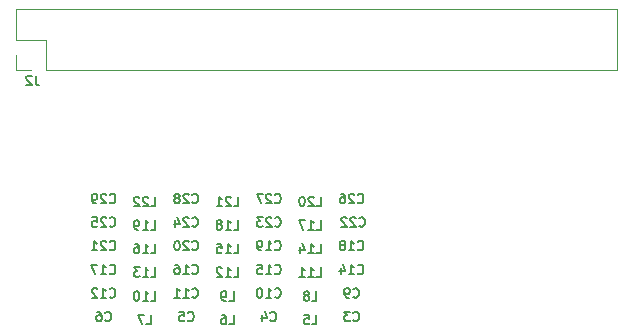
<source format=gbr>
%TF.GenerationSoftware,KiCad,Pcbnew,(6.0.1)*%
%TF.CreationDate,2022-08-09T16:04:10-07:00*%
%TF.ProjectId,WSPR3,57535052-332e-46b6-9963-61645f706362,rev?*%
%TF.SameCoordinates,Original*%
%TF.FileFunction,Legend,Bot*%
%TF.FilePolarity,Positive*%
%FSLAX46Y46*%
G04 Gerber Fmt 4.6, Leading zero omitted, Abs format (unit mm)*
G04 Created by KiCad (PCBNEW (6.0.1)) date 2022-08-09 16:04:10*
%MOMM*%
%LPD*%
G01*
G04 APERTURE LIST*
%ADD10C,0.150000*%
%ADD11C,0.120000*%
G04 APERTURE END LIST*
D10*
%TO.C,C23*%
X79014285Y-69285715D02*
X79052380Y-69323810D01*
X79166666Y-69361905D01*
X79242857Y-69361905D01*
X79357142Y-69323810D01*
X79433333Y-69247620D01*
X79471428Y-69171429D01*
X79509523Y-69019048D01*
X79509523Y-68904762D01*
X79471428Y-68752381D01*
X79433333Y-68676191D01*
X79357142Y-68600001D01*
X79242857Y-68561905D01*
X79166666Y-68561905D01*
X79052380Y-68600001D01*
X79014285Y-68638096D01*
X78709523Y-68638096D02*
X78671428Y-68600001D01*
X78595238Y-68561905D01*
X78404761Y-68561905D01*
X78328571Y-68600001D01*
X78290476Y-68638096D01*
X78252380Y-68714286D01*
X78252380Y-68790477D01*
X78290476Y-68904762D01*
X78747619Y-69361905D01*
X78252380Y-69361905D01*
X77985714Y-68561905D02*
X77490476Y-68561905D01*
X77757142Y-68866667D01*
X77642857Y-68866667D01*
X77566666Y-68904762D01*
X77528571Y-68942858D01*
X77490476Y-69019048D01*
X77490476Y-69209524D01*
X77528571Y-69285715D01*
X77566666Y-69323810D01*
X77642857Y-69361905D01*
X77871428Y-69361905D01*
X77947619Y-69323810D01*
X77985714Y-69285715D01*
%TO.C,C3*%
X85633333Y-77285714D02*
X85671428Y-77323809D01*
X85785714Y-77361904D01*
X85861904Y-77361904D01*
X85976190Y-77323809D01*
X86052380Y-77247619D01*
X86090476Y-77171428D01*
X86128571Y-77019047D01*
X86128571Y-76904761D01*
X86090476Y-76752380D01*
X86052380Y-76676190D01*
X85976190Y-76600000D01*
X85861904Y-76561904D01*
X85785714Y-76561904D01*
X85671428Y-76600000D01*
X85633333Y-76638095D01*
X85366666Y-76561904D02*
X84871428Y-76561904D01*
X85138095Y-76866666D01*
X85023809Y-76866666D01*
X84947619Y-76904761D01*
X84909523Y-76942857D01*
X84871428Y-77019047D01*
X84871428Y-77209523D01*
X84909523Y-77285714D01*
X84947619Y-77323809D01*
X85023809Y-77361904D01*
X85252380Y-77361904D01*
X85328571Y-77323809D01*
X85366666Y-77285714D01*
%TO.C,L12*%
X75514285Y-73611904D02*
X75895238Y-73611904D01*
X75895238Y-72811904D01*
X74828571Y-73611904D02*
X75285714Y-73611904D01*
X75057142Y-73611904D02*
X75057142Y-72811904D01*
X75133333Y-72926190D01*
X75209523Y-73002380D01*
X75285714Y-73040476D01*
X74523809Y-72888095D02*
X74485714Y-72850000D01*
X74409523Y-72811904D01*
X74219047Y-72811904D01*
X74142857Y-72850000D01*
X74104761Y-72888095D01*
X74066666Y-72964285D01*
X74066666Y-73040476D01*
X74104761Y-73154761D01*
X74561904Y-73611904D01*
X74066666Y-73611904D01*
%TO.C,L6*%
X75133333Y-77611904D02*
X75514285Y-77611904D01*
X75514285Y-76811904D01*
X74523809Y-76811904D02*
X74676190Y-76811904D01*
X74752380Y-76850000D01*
X74790476Y-76888095D01*
X74866666Y-77002380D01*
X74904761Y-77154761D01*
X74904761Y-77459523D01*
X74866666Y-77535714D01*
X74828571Y-77573809D01*
X74752380Y-77611904D01*
X74600000Y-77611904D01*
X74523809Y-77573809D01*
X74485714Y-77535714D01*
X74447619Y-77459523D01*
X74447619Y-77269047D01*
X74485714Y-77192857D01*
X74523809Y-77154761D01*
X74600000Y-77116666D01*
X74752380Y-77116666D01*
X74828571Y-77154761D01*
X74866666Y-77192857D01*
X74904761Y-77269047D01*
%TO.C,L16*%
X68514285Y-71611904D02*
X68895238Y-71611904D01*
X68895238Y-70811904D01*
X67828571Y-71611904D02*
X68285714Y-71611904D01*
X68057142Y-71611904D02*
X68057142Y-70811904D01*
X68133333Y-70926190D01*
X68209523Y-71002380D01*
X68285714Y-71040476D01*
X67142857Y-70811904D02*
X67295238Y-70811904D01*
X67371428Y-70850000D01*
X67409523Y-70888095D01*
X67485714Y-71002380D01*
X67523809Y-71154761D01*
X67523809Y-71459523D01*
X67485714Y-71535714D01*
X67447619Y-71573809D01*
X67371428Y-71611904D01*
X67219047Y-71611904D01*
X67142857Y-71573809D01*
X67104761Y-71535714D01*
X67066666Y-71459523D01*
X67066666Y-71269047D01*
X67104761Y-71192857D01*
X67142857Y-71154761D01*
X67219047Y-71116666D01*
X67371428Y-71116666D01*
X67447619Y-71154761D01*
X67485714Y-71192857D01*
X67523809Y-71269047D01*
%TO.C,L10*%
X68514285Y-75611904D02*
X68895238Y-75611904D01*
X68895238Y-74811904D01*
X67828571Y-75611904D02*
X68285714Y-75611904D01*
X68057142Y-75611904D02*
X68057142Y-74811904D01*
X68133333Y-74926190D01*
X68209523Y-75002380D01*
X68285714Y-75040476D01*
X67333333Y-74811904D02*
X67257142Y-74811904D01*
X67180952Y-74850000D01*
X67142857Y-74888095D01*
X67104761Y-74964285D01*
X67066666Y-75116666D01*
X67066666Y-75307142D01*
X67104761Y-75459523D01*
X67142857Y-75535714D01*
X67180952Y-75573809D01*
X67257142Y-75611904D01*
X67333333Y-75611904D01*
X67409523Y-75573809D01*
X67447619Y-75535714D01*
X67485714Y-75459523D01*
X67523809Y-75307142D01*
X67523809Y-75116666D01*
X67485714Y-74964285D01*
X67447619Y-74888095D01*
X67409523Y-74850000D01*
X67333333Y-74811904D01*
%TO.C,C14*%
X86014285Y-73285714D02*
X86052380Y-73323809D01*
X86166666Y-73361904D01*
X86242857Y-73361904D01*
X86357142Y-73323809D01*
X86433333Y-73247619D01*
X86471428Y-73171428D01*
X86509523Y-73019047D01*
X86509523Y-72904761D01*
X86471428Y-72752380D01*
X86433333Y-72676190D01*
X86357142Y-72600000D01*
X86242857Y-72561904D01*
X86166666Y-72561904D01*
X86052380Y-72600000D01*
X86014285Y-72638095D01*
X85252380Y-73361904D02*
X85709523Y-73361904D01*
X85480952Y-73361904D02*
X85480952Y-72561904D01*
X85557142Y-72676190D01*
X85633333Y-72752380D01*
X85709523Y-72790476D01*
X84566666Y-72828571D02*
X84566666Y-73361904D01*
X84757142Y-72523809D02*
X84947619Y-73095238D01*
X84452380Y-73095238D01*
%TO.C,L14*%
X82514285Y-71611904D02*
X82895238Y-71611904D01*
X82895238Y-70811904D01*
X81828571Y-71611904D02*
X82285714Y-71611904D01*
X82057142Y-71611904D02*
X82057142Y-70811904D01*
X82133333Y-70926190D01*
X82209523Y-71002380D01*
X82285714Y-71040476D01*
X81142857Y-71078571D02*
X81142857Y-71611904D01*
X81333333Y-70773809D02*
X81523809Y-71345238D01*
X81028571Y-71345238D01*
%TO.C,C20*%
X72014285Y-71285715D02*
X72052380Y-71323810D01*
X72166666Y-71361905D01*
X72242857Y-71361905D01*
X72357142Y-71323810D01*
X72433333Y-71247620D01*
X72471428Y-71171429D01*
X72509523Y-71019048D01*
X72509523Y-70904762D01*
X72471428Y-70752381D01*
X72433333Y-70676191D01*
X72357142Y-70600001D01*
X72242857Y-70561905D01*
X72166666Y-70561905D01*
X72052380Y-70600001D01*
X72014285Y-70638096D01*
X71709523Y-70638096D02*
X71671428Y-70600001D01*
X71595238Y-70561905D01*
X71404761Y-70561905D01*
X71328571Y-70600001D01*
X71290476Y-70638096D01*
X71252380Y-70714286D01*
X71252380Y-70790477D01*
X71290476Y-70904762D01*
X71747619Y-71361905D01*
X71252380Y-71361905D01*
X70757142Y-70561905D02*
X70680952Y-70561905D01*
X70604761Y-70600001D01*
X70566666Y-70638096D01*
X70528571Y-70714286D01*
X70490476Y-70866667D01*
X70490476Y-71057143D01*
X70528571Y-71209524D01*
X70566666Y-71285715D01*
X70604761Y-71323810D01*
X70680952Y-71361905D01*
X70757142Y-71361905D01*
X70833333Y-71323810D01*
X70871428Y-71285715D01*
X70909523Y-71209524D01*
X70947619Y-71057143D01*
X70947619Y-70866667D01*
X70909523Y-70714286D01*
X70871428Y-70638096D01*
X70833333Y-70600001D01*
X70757142Y-70561905D01*
%TO.C,C27*%
X79014285Y-67285714D02*
X79052380Y-67323809D01*
X79166666Y-67361904D01*
X79242857Y-67361904D01*
X79357142Y-67323809D01*
X79433333Y-67247619D01*
X79471428Y-67171428D01*
X79509523Y-67019047D01*
X79509523Y-66904761D01*
X79471428Y-66752380D01*
X79433333Y-66676190D01*
X79357142Y-66600000D01*
X79242857Y-66561904D01*
X79166666Y-66561904D01*
X79052380Y-66600000D01*
X79014285Y-66638095D01*
X78709523Y-66638095D02*
X78671428Y-66600000D01*
X78595238Y-66561904D01*
X78404761Y-66561904D01*
X78328571Y-66600000D01*
X78290476Y-66638095D01*
X78252380Y-66714285D01*
X78252380Y-66790476D01*
X78290476Y-66904761D01*
X78747619Y-67361904D01*
X78252380Y-67361904D01*
X77985714Y-66561904D02*
X77452380Y-66561904D01*
X77795238Y-67361904D01*
%TO.C,C25*%
X65014286Y-69285714D02*
X65052381Y-69323809D01*
X65166667Y-69361904D01*
X65242858Y-69361904D01*
X65357143Y-69323809D01*
X65433334Y-69247619D01*
X65471429Y-69171428D01*
X65509524Y-69019047D01*
X65509524Y-68904761D01*
X65471429Y-68752380D01*
X65433334Y-68676190D01*
X65357143Y-68600000D01*
X65242858Y-68561904D01*
X65166667Y-68561904D01*
X65052381Y-68600000D01*
X65014286Y-68638095D01*
X64709524Y-68638095D02*
X64671429Y-68600000D01*
X64595239Y-68561904D01*
X64404762Y-68561904D01*
X64328572Y-68600000D01*
X64290477Y-68638095D01*
X64252381Y-68714285D01*
X64252381Y-68790476D01*
X64290477Y-68904761D01*
X64747620Y-69361904D01*
X64252381Y-69361904D01*
X63528572Y-68561904D02*
X63909524Y-68561904D01*
X63947620Y-68942857D01*
X63909524Y-68904761D01*
X63833334Y-68866666D01*
X63642858Y-68866666D01*
X63566667Y-68904761D01*
X63528572Y-68942857D01*
X63490477Y-69019047D01*
X63490477Y-69209523D01*
X63528572Y-69285714D01*
X63566667Y-69323809D01*
X63642858Y-69361904D01*
X63833334Y-69361904D01*
X63909524Y-69323809D01*
X63947620Y-69285714D01*
%TO.C,L21*%
X75514285Y-67611904D02*
X75895238Y-67611904D01*
X75895238Y-66811904D01*
X75285714Y-66888095D02*
X75247619Y-66850000D01*
X75171428Y-66811904D01*
X74980952Y-66811904D01*
X74904761Y-66850000D01*
X74866666Y-66888095D01*
X74828571Y-66964285D01*
X74828571Y-67040476D01*
X74866666Y-67154761D01*
X75323809Y-67611904D01*
X74828571Y-67611904D01*
X74066666Y-67611904D02*
X74523809Y-67611904D01*
X74295238Y-67611904D02*
X74295238Y-66811904D01*
X74371428Y-66926190D01*
X74447619Y-67002380D01*
X74523809Y-67040476D01*
%TO.C,C26*%
X86014285Y-67285713D02*
X86052380Y-67323808D01*
X86166666Y-67361903D01*
X86242857Y-67361903D01*
X86357142Y-67323808D01*
X86433333Y-67247618D01*
X86471428Y-67171427D01*
X86509523Y-67019046D01*
X86509523Y-66904760D01*
X86471428Y-66752379D01*
X86433333Y-66676189D01*
X86357142Y-66599999D01*
X86242857Y-66561903D01*
X86166666Y-66561903D01*
X86052380Y-66599999D01*
X86014285Y-66638094D01*
X85709523Y-66638094D02*
X85671428Y-66599999D01*
X85595238Y-66561903D01*
X85404761Y-66561903D01*
X85328571Y-66599999D01*
X85290476Y-66638094D01*
X85252380Y-66714284D01*
X85252380Y-66790475D01*
X85290476Y-66904760D01*
X85747619Y-67361903D01*
X85252380Y-67361903D01*
X84566666Y-66561903D02*
X84719047Y-66561903D01*
X84795238Y-66599999D01*
X84833333Y-66638094D01*
X84909523Y-66752379D01*
X84947619Y-66904760D01*
X84947619Y-67209522D01*
X84909523Y-67285713D01*
X84871428Y-67323808D01*
X84795238Y-67361903D01*
X84642857Y-67361903D01*
X84566666Y-67323808D01*
X84528571Y-67285713D01*
X84490476Y-67209522D01*
X84490476Y-67019046D01*
X84528571Y-66942856D01*
X84566666Y-66904760D01*
X84642857Y-66866665D01*
X84795238Y-66866665D01*
X84871428Y-66904760D01*
X84909523Y-66942856D01*
X84947619Y-67019046D01*
%TO.C,C9*%
X85633333Y-75285714D02*
X85671428Y-75323809D01*
X85785714Y-75361904D01*
X85861904Y-75361904D01*
X85976190Y-75323809D01*
X86052380Y-75247619D01*
X86090476Y-75171428D01*
X86128571Y-75019047D01*
X86128571Y-74904761D01*
X86090476Y-74752380D01*
X86052380Y-74676190D01*
X85976190Y-74600000D01*
X85861904Y-74561904D01*
X85785714Y-74561904D01*
X85671428Y-74600000D01*
X85633333Y-74638095D01*
X85252380Y-75361904D02*
X85100000Y-75361904D01*
X85023809Y-75323809D01*
X84985714Y-75285714D01*
X84909523Y-75171428D01*
X84871428Y-75019047D01*
X84871428Y-74714285D01*
X84909523Y-74638095D01*
X84947619Y-74600000D01*
X85023809Y-74561904D01*
X85176190Y-74561904D01*
X85252380Y-74600000D01*
X85290476Y-74638095D01*
X85328571Y-74714285D01*
X85328571Y-74904761D01*
X85290476Y-74980952D01*
X85252380Y-75019047D01*
X85176190Y-75057142D01*
X85023809Y-75057142D01*
X84947619Y-75019047D01*
X84909523Y-74980952D01*
X84871428Y-74904761D01*
%TO.C,L7*%
X68133333Y-77611904D02*
X68514285Y-77611904D01*
X68514285Y-76811904D01*
X67942857Y-76811904D02*
X67409523Y-76811904D01*
X67752380Y-77611904D01*
%TO.C,C28*%
X72014286Y-67285714D02*
X72052381Y-67323809D01*
X72166667Y-67361904D01*
X72242858Y-67361904D01*
X72357143Y-67323809D01*
X72433334Y-67247619D01*
X72471429Y-67171428D01*
X72509524Y-67019047D01*
X72509524Y-66904761D01*
X72471429Y-66752380D01*
X72433334Y-66676190D01*
X72357143Y-66600000D01*
X72242858Y-66561904D01*
X72166667Y-66561904D01*
X72052381Y-66600000D01*
X72014286Y-66638095D01*
X71709524Y-66638095D02*
X71671429Y-66600000D01*
X71595239Y-66561904D01*
X71404762Y-66561904D01*
X71328572Y-66600000D01*
X71290477Y-66638095D01*
X71252381Y-66714285D01*
X71252381Y-66790476D01*
X71290477Y-66904761D01*
X71747620Y-67361904D01*
X71252381Y-67361904D01*
X70795239Y-66904761D02*
X70871429Y-66866666D01*
X70909524Y-66828571D01*
X70947620Y-66752380D01*
X70947620Y-66714285D01*
X70909524Y-66638095D01*
X70871429Y-66600000D01*
X70795239Y-66561904D01*
X70642858Y-66561904D01*
X70566667Y-66600000D01*
X70528572Y-66638095D01*
X70490477Y-66714285D01*
X70490477Y-66752380D01*
X70528572Y-66828571D01*
X70566667Y-66866666D01*
X70642858Y-66904761D01*
X70795239Y-66904761D01*
X70871429Y-66942857D01*
X70909524Y-66980952D01*
X70947620Y-67057142D01*
X70947620Y-67209523D01*
X70909524Y-67285714D01*
X70871429Y-67323809D01*
X70795239Y-67361904D01*
X70642858Y-67361904D01*
X70566667Y-67323809D01*
X70528572Y-67285714D01*
X70490477Y-67209523D01*
X70490477Y-67057142D01*
X70528572Y-66980952D01*
X70566667Y-66942857D01*
X70642858Y-66904761D01*
%TO.C,L18*%
X75514285Y-69611904D02*
X75895238Y-69611904D01*
X75895238Y-68811904D01*
X74828571Y-69611904D02*
X75285714Y-69611904D01*
X75057142Y-69611904D02*
X75057142Y-68811904D01*
X75133333Y-68926190D01*
X75209523Y-69002380D01*
X75285714Y-69040476D01*
X74371428Y-69154761D02*
X74447619Y-69116666D01*
X74485714Y-69078571D01*
X74523809Y-69002380D01*
X74523809Y-68964285D01*
X74485714Y-68888095D01*
X74447619Y-68850000D01*
X74371428Y-68811904D01*
X74219047Y-68811904D01*
X74142857Y-68850000D01*
X74104761Y-68888095D01*
X74066666Y-68964285D01*
X74066666Y-69002380D01*
X74104761Y-69078571D01*
X74142857Y-69116666D01*
X74219047Y-69154761D01*
X74371428Y-69154761D01*
X74447619Y-69192857D01*
X74485714Y-69230952D01*
X74523809Y-69307142D01*
X74523809Y-69459523D01*
X74485714Y-69535714D01*
X74447619Y-69573809D01*
X74371428Y-69611904D01*
X74219047Y-69611904D01*
X74142857Y-69573809D01*
X74104761Y-69535714D01*
X74066666Y-69459523D01*
X74066666Y-69307142D01*
X74104761Y-69230952D01*
X74142857Y-69192857D01*
X74219047Y-69154761D01*
%TO.C,L20*%
X82514285Y-67611904D02*
X82895238Y-67611904D01*
X82895238Y-66811904D01*
X82285714Y-66888095D02*
X82247619Y-66850000D01*
X82171428Y-66811904D01*
X81980952Y-66811904D01*
X81904761Y-66850000D01*
X81866666Y-66888095D01*
X81828571Y-66964285D01*
X81828571Y-67040476D01*
X81866666Y-67154761D01*
X82323809Y-67611904D01*
X81828571Y-67611904D01*
X81333333Y-66811904D02*
X81257142Y-66811904D01*
X81180952Y-66850000D01*
X81142857Y-66888095D01*
X81104761Y-66964285D01*
X81066666Y-67116666D01*
X81066666Y-67307142D01*
X81104761Y-67459523D01*
X81142857Y-67535714D01*
X81180952Y-67573809D01*
X81257142Y-67611904D01*
X81333333Y-67611904D01*
X81409523Y-67573809D01*
X81447619Y-67535714D01*
X81485714Y-67459523D01*
X81523809Y-67307142D01*
X81523809Y-67116666D01*
X81485714Y-66964285D01*
X81447619Y-66888095D01*
X81409523Y-66850000D01*
X81333333Y-66811904D01*
%TO.C,C4*%
X78633333Y-77285714D02*
X78671428Y-77323809D01*
X78785714Y-77361904D01*
X78861904Y-77361904D01*
X78976190Y-77323809D01*
X79052380Y-77247619D01*
X79090476Y-77171428D01*
X79128571Y-77019047D01*
X79128571Y-76904761D01*
X79090476Y-76752380D01*
X79052380Y-76676190D01*
X78976190Y-76600000D01*
X78861904Y-76561904D01*
X78785714Y-76561904D01*
X78671428Y-76600000D01*
X78633333Y-76638095D01*
X77947619Y-76828571D02*
X77947619Y-77361904D01*
X78138095Y-76523809D02*
X78328571Y-77095238D01*
X77833333Y-77095238D01*
%TO.C,L8*%
X82133333Y-75611904D02*
X82514285Y-75611904D01*
X82514285Y-74811904D01*
X81752380Y-75154761D02*
X81828571Y-75116666D01*
X81866666Y-75078571D01*
X81904761Y-75002380D01*
X81904761Y-74964285D01*
X81866666Y-74888095D01*
X81828571Y-74850000D01*
X81752380Y-74811904D01*
X81600000Y-74811904D01*
X81523809Y-74850000D01*
X81485714Y-74888095D01*
X81447619Y-74964285D01*
X81447619Y-75002380D01*
X81485714Y-75078571D01*
X81523809Y-75116666D01*
X81600000Y-75154761D01*
X81752380Y-75154761D01*
X81828571Y-75192857D01*
X81866666Y-75230952D01*
X81904761Y-75307142D01*
X81904761Y-75459523D01*
X81866666Y-75535714D01*
X81828571Y-75573809D01*
X81752380Y-75611904D01*
X81600000Y-75611904D01*
X81523809Y-75573809D01*
X81485714Y-75535714D01*
X81447619Y-75459523D01*
X81447619Y-75307142D01*
X81485714Y-75230952D01*
X81523809Y-75192857D01*
X81600000Y-75154761D01*
%TO.C,L11*%
X82514285Y-73611904D02*
X82895238Y-73611904D01*
X82895238Y-72811904D01*
X81828571Y-73611904D02*
X82285714Y-73611904D01*
X82057142Y-73611904D02*
X82057142Y-72811904D01*
X82133333Y-72926190D01*
X82209523Y-73002380D01*
X82285714Y-73040476D01*
X81066666Y-73611904D02*
X81523809Y-73611904D01*
X81295238Y-73611904D02*
X81295238Y-72811904D01*
X81371428Y-72926190D01*
X81447619Y-73002380D01*
X81523809Y-73040476D01*
%TO.C,L13*%
X68514285Y-73611904D02*
X68895238Y-73611904D01*
X68895238Y-72811904D01*
X67828571Y-73611904D02*
X68285714Y-73611904D01*
X68057142Y-73611904D02*
X68057142Y-72811904D01*
X68133333Y-72926190D01*
X68209523Y-73002380D01*
X68285714Y-73040476D01*
X67561904Y-72811904D02*
X67066666Y-72811904D01*
X67333333Y-73116666D01*
X67219047Y-73116666D01*
X67142857Y-73154761D01*
X67104761Y-73192857D01*
X67066666Y-73269047D01*
X67066666Y-73459523D01*
X67104761Y-73535714D01*
X67142857Y-73573809D01*
X67219047Y-73611904D01*
X67447619Y-73611904D01*
X67523809Y-73573809D01*
X67561904Y-73535714D01*
%TO.C,L5*%
X82133333Y-77611904D02*
X82514285Y-77611904D01*
X82514285Y-76811904D01*
X81485714Y-76811904D02*
X81866666Y-76811904D01*
X81904761Y-77192857D01*
X81866666Y-77154761D01*
X81790476Y-77116666D01*
X81600000Y-77116666D01*
X81523809Y-77154761D01*
X81485714Y-77192857D01*
X81447619Y-77269047D01*
X81447619Y-77459523D01*
X81485714Y-77535714D01*
X81523809Y-77573809D01*
X81600000Y-77611904D01*
X81790476Y-77611904D01*
X81866666Y-77573809D01*
X81904761Y-77535714D01*
%TO.C,C6*%
X64633333Y-77285714D02*
X64671428Y-77323809D01*
X64785714Y-77361904D01*
X64861904Y-77361904D01*
X64976190Y-77323809D01*
X65052380Y-77247619D01*
X65090476Y-77171428D01*
X65128571Y-77019047D01*
X65128571Y-76904761D01*
X65090476Y-76752380D01*
X65052380Y-76676190D01*
X64976190Y-76600000D01*
X64861904Y-76561904D01*
X64785714Y-76561904D01*
X64671428Y-76600000D01*
X64633333Y-76638095D01*
X63947619Y-76561904D02*
X64100000Y-76561904D01*
X64176190Y-76600000D01*
X64214285Y-76638095D01*
X64290476Y-76752380D01*
X64328571Y-76904761D01*
X64328571Y-77209523D01*
X64290476Y-77285714D01*
X64252380Y-77323809D01*
X64176190Y-77361904D01*
X64023809Y-77361904D01*
X63947619Y-77323809D01*
X63909523Y-77285714D01*
X63871428Y-77209523D01*
X63871428Y-77019047D01*
X63909523Y-76942857D01*
X63947619Y-76904761D01*
X64023809Y-76866666D01*
X64176190Y-76866666D01*
X64252380Y-76904761D01*
X64290476Y-76942857D01*
X64328571Y-77019047D01*
%TO.C,C11*%
X72014285Y-75285714D02*
X72052380Y-75323809D01*
X72166666Y-75361904D01*
X72242857Y-75361904D01*
X72357142Y-75323809D01*
X72433333Y-75247619D01*
X72471428Y-75171428D01*
X72509523Y-75019047D01*
X72509523Y-74904761D01*
X72471428Y-74752380D01*
X72433333Y-74676190D01*
X72357142Y-74600000D01*
X72242857Y-74561904D01*
X72166666Y-74561904D01*
X72052380Y-74600000D01*
X72014285Y-74638095D01*
X71252380Y-75361904D02*
X71709523Y-75361904D01*
X71480952Y-75361904D02*
X71480952Y-74561904D01*
X71557142Y-74676190D01*
X71633333Y-74752380D01*
X71709523Y-74790476D01*
X70490476Y-75361904D02*
X70947619Y-75361904D01*
X70719047Y-75361904D02*
X70719047Y-74561904D01*
X70795238Y-74676190D01*
X70871428Y-74752380D01*
X70947619Y-74790476D01*
%TO.C,C5*%
X71633333Y-77285714D02*
X71671428Y-77323809D01*
X71785714Y-77361904D01*
X71861904Y-77361904D01*
X71976190Y-77323809D01*
X72052380Y-77247619D01*
X72090476Y-77171428D01*
X72128571Y-77019047D01*
X72128571Y-76904761D01*
X72090476Y-76752380D01*
X72052380Y-76676190D01*
X71976190Y-76600000D01*
X71861904Y-76561904D01*
X71785714Y-76561904D01*
X71671428Y-76600000D01*
X71633333Y-76638095D01*
X70909523Y-76561904D02*
X71290476Y-76561904D01*
X71328571Y-76942857D01*
X71290476Y-76904761D01*
X71214285Y-76866666D01*
X71023809Y-76866666D01*
X70947619Y-76904761D01*
X70909523Y-76942857D01*
X70871428Y-77019047D01*
X70871428Y-77209523D01*
X70909523Y-77285714D01*
X70947619Y-77323809D01*
X71023809Y-77361904D01*
X71214285Y-77361904D01*
X71290476Y-77323809D01*
X71328571Y-77285714D01*
%TO.C,C29*%
X65014285Y-67285714D02*
X65052380Y-67323809D01*
X65166666Y-67361904D01*
X65242857Y-67361904D01*
X65357142Y-67323809D01*
X65433333Y-67247619D01*
X65471428Y-67171428D01*
X65509523Y-67019047D01*
X65509523Y-66904761D01*
X65471428Y-66752380D01*
X65433333Y-66676190D01*
X65357142Y-66600000D01*
X65242857Y-66561904D01*
X65166666Y-66561904D01*
X65052380Y-66600000D01*
X65014285Y-66638095D01*
X64709523Y-66638095D02*
X64671428Y-66600000D01*
X64595238Y-66561904D01*
X64404761Y-66561904D01*
X64328571Y-66600000D01*
X64290476Y-66638095D01*
X64252380Y-66714285D01*
X64252380Y-66790476D01*
X64290476Y-66904761D01*
X64747619Y-67361904D01*
X64252380Y-67361904D01*
X63871428Y-67361904D02*
X63719047Y-67361904D01*
X63642857Y-67323809D01*
X63604761Y-67285714D01*
X63528571Y-67171428D01*
X63490476Y-67019047D01*
X63490476Y-66714285D01*
X63528571Y-66638095D01*
X63566666Y-66600000D01*
X63642857Y-66561904D01*
X63795238Y-66561904D01*
X63871428Y-66600000D01*
X63909523Y-66638095D01*
X63947619Y-66714285D01*
X63947619Y-66904761D01*
X63909523Y-66980952D01*
X63871428Y-67019047D01*
X63795238Y-67057142D01*
X63642857Y-67057142D01*
X63566666Y-67019047D01*
X63528571Y-66980952D01*
X63490476Y-66904761D01*
%TO.C,L22*%
X68514285Y-67611904D02*
X68895238Y-67611904D01*
X68895238Y-66811904D01*
X68285714Y-66888095D02*
X68247619Y-66850000D01*
X68171428Y-66811904D01*
X67980952Y-66811904D01*
X67904761Y-66850000D01*
X67866666Y-66888095D01*
X67828571Y-66964285D01*
X67828571Y-67040476D01*
X67866666Y-67154761D01*
X68323809Y-67611904D01*
X67828571Y-67611904D01*
X67523809Y-66888095D02*
X67485714Y-66850000D01*
X67409523Y-66811904D01*
X67219047Y-66811904D01*
X67142857Y-66850000D01*
X67104761Y-66888095D01*
X67066666Y-66964285D01*
X67066666Y-67040476D01*
X67104761Y-67154761D01*
X67561904Y-67611904D01*
X67066666Y-67611904D01*
%TO.C,L17*%
X82514285Y-69611904D02*
X82895238Y-69611904D01*
X82895238Y-68811904D01*
X81828571Y-69611904D02*
X82285714Y-69611904D01*
X82057142Y-69611904D02*
X82057142Y-68811904D01*
X82133333Y-68926190D01*
X82209523Y-69002380D01*
X82285714Y-69040476D01*
X81561904Y-68811904D02*
X81028571Y-68811904D01*
X81371428Y-69611904D01*
%TO.C,C12*%
X65014285Y-75285714D02*
X65052380Y-75323809D01*
X65166666Y-75361904D01*
X65242857Y-75361904D01*
X65357142Y-75323809D01*
X65433333Y-75247619D01*
X65471428Y-75171428D01*
X65509523Y-75019047D01*
X65509523Y-74904761D01*
X65471428Y-74752380D01*
X65433333Y-74676190D01*
X65357142Y-74600000D01*
X65242857Y-74561904D01*
X65166666Y-74561904D01*
X65052380Y-74600000D01*
X65014285Y-74638095D01*
X64252380Y-75361904D02*
X64709523Y-75361904D01*
X64480952Y-75361904D02*
X64480952Y-74561904D01*
X64557142Y-74676190D01*
X64633333Y-74752380D01*
X64709523Y-74790476D01*
X63947619Y-74638095D02*
X63909523Y-74600000D01*
X63833333Y-74561904D01*
X63642857Y-74561904D01*
X63566666Y-74600000D01*
X63528571Y-74638095D01*
X63490476Y-74714285D01*
X63490476Y-74790476D01*
X63528571Y-74904761D01*
X63985714Y-75361904D01*
X63490476Y-75361904D01*
%TO.C,C21*%
X65014285Y-71285714D02*
X65052380Y-71323809D01*
X65166666Y-71361904D01*
X65242857Y-71361904D01*
X65357142Y-71323809D01*
X65433333Y-71247619D01*
X65471428Y-71171428D01*
X65509523Y-71019047D01*
X65509523Y-70904761D01*
X65471428Y-70752380D01*
X65433333Y-70676190D01*
X65357142Y-70600000D01*
X65242857Y-70561904D01*
X65166666Y-70561904D01*
X65052380Y-70600000D01*
X65014285Y-70638095D01*
X64709523Y-70638095D02*
X64671428Y-70600000D01*
X64595238Y-70561904D01*
X64404761Y-70561904D01*
X64328571Y-70600000D01*
X64290476Y-70638095D01*
X64252380Y-70714285D01*
X64252380Y-70790476D01*
X64290476Y-70904761D01*
X64747619Y-71361904D01*
X64252380Y-71361904D01*
X63490476Y-71361904D02*
X63947619Y-71361904D01*
X63719047Y-71361904D02*
X63719047Y-70561904D01*
X63795238Y-70676190D01*
X63871428Y-70752380D01*
X63947619Y-70790476D01*
%TO.C,L9*%
X75133333Y-75611904D02*
X75514285Y-75611904D01*
X75514285Y-74811904D01*
X74828571Y-75611904D02*
X74676190Y-75611904D01*
X74600000Y-75573809D01*
X74561904Y-75535714D01*
X74485714Y-75421428D01*
X74447619Y-75269047D01*
X74447619Y-74964285D01*
X74485714Y-74888095D01*
X74523809Y-74850000D01*
X74600000Y-74811904D01*
X74752380Y-74811904D01*
X74828571Y-74850000D01*
X74866666Y-74888095D01*
X74904761Y-74964285D01*
X74904761Y-75154761D01*
X74866666Y-75230952D01*
X74828571Y-75269047D01*
X74752380Y-75307142D01*
X74600000Y-75307142D01*
X74523809Y-75269047D01*
X74485714Y-75230952D01*
X74447619Y-75154761D01*
%TO.C,C10*%
X79014285Y-75285714D02*
X79052380Y-75323809D01*
X79166666Y-75361904D01*
X79242857Y-75361904D01*
X79357142Y-75323809D01*
X79433333Y-75247619D01*
X79471428Y-75171428D01*
X79509523Y-75019047D01*
X79509523Y-74904761D01*
X79471428Y-74752380D01*
X79433333Y-74676190D01*
X79357142Y-74600000D01*
X79242857Y-74561904D01*
X79166666Y-74561904D01*
X79052380Y-74600000D01*
X79014285Y-74638095D01*
X78252380Y-75361904D02*
X78709523Y-75361904D01*
X78480952Y-75361904D02*
X78480952Y-74561904D01*
X78557142Y-74676190D01*
X78633333Y-74752380D01*
X78709523Y-74790476D01*
X77757142Y-74561904D02*
X77680952Y-74561904D01*
X77604761Y-74600000D01*
X77566666Y-74638095D01*
X77528571Y-74714285D01*
X77490476Y-74866666D01*
X77490476Y-75057142D01*
X77528571Y-75209523D01*
X77566666Y-75285714D01*
X77604761Y-75323809D01*
X77680952Y-75361904D01*
X77757142Y-75361904D01*
X77833333Y-75323809D01*
X77871428Y-75285714D01*
X77909523Y-75209523D01*
X77947619Y-75057142D01*
X77947619Y-74866666D01*
X77909523Y-74714285D01*
X77871428Y-74638095D01*
X77833333Y-74600000D01*
X77757142Y-74561904D01*
%TO.C,C22*%
X86154865Y-69285714D02*
X86192960Y-69323809D01*
X86307246Y-69361904D01*
X86383437Y-69361904D01*
X86497722Y-69323809D01*
X86573913Y-69247619D01*
X86612008Y-69171428D01*
X86650103Y-69019047D01*
X86650103Y-68904761D01*
X86612008Y-68752380D01*
X86573913Y-68676190D01*
X86497722Y-68600000D01*
X86383437Y-68561904D01*
X86307246Y-68561904D01*
X86192960Y-68600000D01*
X86154865Y-68638095D01*
X85850103Y-68638095D02*
X85812008Y-68600000D01*
X85735818Y-68561904D01*
X85545341Y-68561904D01*
X85469151Y-68600000D01*
X85431056Y-68638095D01*
X85392960Y-68714285D01*
X85392960Y-68790476D01*
X85431056Y-68904761D01*
X85888199Y-69361904D01*
X85392960Y-69361904D01*
X85088199Y-68638095D02*
X85050103Y-68600000D01*
X84973913Y-68561904D01*
X84783437Y-68561904D01*
X84707246Y-68600000D01*
X84669151Y-68638095D01*
X84631056Y-68714285D01*
X84631056Y-68790476D01*
X84669151Y-68904761D01*
X85126294Y-69361904D01*
X84631056Y-69361904D01*
%TO.C,C17*%
X65014285Y-73285714D02*
X65052380Y-73323809D01*
X65166666Y-73361904D01*
X65242857Y-73361904D01*
X65357142Y-73323809D01*
X65433333Y-73247619D01*
X65471428Y-73171428D01*
X65509523Y-73019047D01*
X65509523Y-72904761D01*
X65471428Y-72752380D01*
X65433333Y-72676190D01*
X65357142Y-72600000D01*
X65242857Y-72561904D01*
X65166666Y-72561904D01*
X65052380Y-72600000D01*
X65014285Y-72638095D01*
X64252380Y-73361904D02*
X64709523Y-73361904D01*
X64480952Y-73361904D02*
X64480952Y-72561904D01*
X64557142Y-72676190D01*
X64633333Y-72752380D01*
X64709523Y-72790476D01*
X63985714Y-72561904D02*
X63452380Y-72561904D01*
X63795238Y-73361904D01*
%TO.C,C18*%
X86014285Y-71285715D02*
X86052380Y-71323810D01*
X86166666Y-71361905D01*
X86242857Y-71361905D01*
X86357142Y-71323810D01*
X86433333Y-71247620D01*
X86471428Y-71171429D01*
X86509523Y-71019048D01*
X86509523Y-70904762D01*
X86471428Y-70752381D01*
X86433333Y-70676191D01*
X86357142Y-70600001D01*
X86242857Y-70561905D01*
X86166666Y-70561905D01*
X86052380Y-70600001D01*
X86014285Y-70638096D01*
X85252380Y-71361905D02*
X85709523Y-71361905D01*
X85480952Y-71361905D02*
X85480952Y-70561905D01*
X85557142Y-70676191D01*
X85633333Y-70752381D01*
X85709523Y-70790477D01*
X84795238Y-70904762D02*
X84871428Y-70866667D01*
X84909523Y-70828572D01*
X84947619Y-70752381D01*
X84947619Y-70714286D01*
X84909523Y-70638096D01*
X84871428Y-70600001D01*
X84795238Y-70561905D01*
X84642857Y-70561905D01*
X84566666Y-70600001D01*
X84528571Y-70638096D01*
X84490476Y-70714286D01*
X84490476Y-70752381D01*
X84528571Y-70828572D01*
X84566666Y-70866667D01*
X84642857Y-70904762D01*
X84795238Y-70904762D01*
X84871428Y-70942858D01*
X84909523Y-70980953D01*
X84947619Y-71057143D01*
X84947619Y-71209524D01*
X84909523Y-71285715D01*
X84871428Y-71323810D01*
X84795238Y-71361905D01*
X84642857Y-71361905D01*
X84566666Y-71323810D01*
X84528571Y-71285715D01*
X84490476Y-71209524D01*
X84490476Y-71057143D01*
X84528571Y-70980953D01*
X84566666Y-70942858D01*
X84642857Y-70904762D01*
%TO.C,L15*%
X75514285Y-71611904D02*
X75895238Y-71611904D01*
X75895238Y-70811904D01*
X74828571Y-71611904D02*
X75285714Y-71611904D01*
X75057142Y-71611904D02*
X75057142Y-70811904D01*
X75133333Y-70926190D01*
X75209523Y-71002380D01*
X75285714Y-71040476D01*
X74104761Y-70811904D02*
X74485714Y-70811904D01*
X74523809Y-71192857D01*
X74485714Y-71154761D01*
X74409523Y-71116666D01*
X74219047Y-71116666D01*
X74142857Y-71154761D01*
X74104761Y-71192857D01*
X74066666Y-71269047D01*
X74066666Y-71459523D01*
X74104761Y-71535714D01*
X74142857Y-71573809D01*
X74219047Y-71611904D01*
X74409523Y-71611904D01*
X74485714Y-71573809D01*
X74523809Y-71535714D01*
%TO.C,C24*%
X72014285Y-69285714D02*
X72052380Y-69323809D01*
X72166666Y-69361904D01*
X72242857Y-69361904D01*
X72357142Y-69323809D01*
X72433333Y-69247619D01*
X72471428Y-69171428D01*
X72509523Y-69019047D01*
X72509523Y-68904761D01*
X72471428Y-68752380D01*
X72433333Y-68676190D01*
X72357142Y-68600000D01*
X72242857Y-68561904D01*
X72166666Y-68561904D01*
X72052380Y-68600000D01*
X72014285Y-68638095D01*
X71709523Y-68638095D02*
X71671428Y-68600000D01*
X71595238Y-68561904D01*
X71404761Y-68561904D01*
X71328571Y-68600000D01*
X71290476Y-68638095D01*
X71252380Y-68714285D01*
X71252380Y-68790476D01*
X71290476Y-68904761D01*
X71747619Y-69361904D01*
X71252380Y-69361904D01*
X70566666Y-68828571D02*
X70566666Y-69361904D01*
X70757142Y-68523809D02*
X70947619Y-69095238D01*
X70452380Y-69095238D01*
%TO.C,C19*%
X79014285Y-71285714D02*
X79052380Y-71323809D01*
X79166666Y-71361904D01*
X79242857Y-71361904D01*
X79357142Y-71323809D01*
X79433333Y-71247619D01*
X79471428Y-71171428D01*
X79509523Y-71019047D01*
X79509523Y-70904761D01*
X79471428Y-70752380D01*
X79433333Y-70676190D01*
X79357142Y-70600000D01*
X79242857Y-70561904D01*
X79166666Y-70561904D01*
X79052380Y-70600000D01*
X79014285Y-70638095D01*
X78252380Y-71361904D02*
X78709523Y-71361904D01*
X78480952Y-71361904D02*
X78480952Y-70561904D01*
X78557142Y-70676190D01*
X78633333Y-70752380D01*
X78709523Y-70790476D01*
X77871428Y-71361904D02*
X77719047Y-71361904D01*
X77642857Y-71323809D01*
X77604761Y-71285714D01*
X77528571Y-71171428D01*
X77490476Y-71019047D01*
X77490476Y-70714285D01*
X77528571Y-70638095D01*
X77566666Y-70600000D01*
X77642857Y-70561904D01*
X77795238Y-70561904D01*
X77871428Y-70600000D01*
X77909523Y-70638095D01*
X77947619Y-70714285D01*
X77947619Y-70904761D01*
X77909523Y-70980952D01*
X77871428Y-71019047D01*
X77795238Y-71057142D01*
X77642857Y-71057142D01*
X77566666Y-71019047D01*
X77528571Y-70980952D01*
X77490476Y-70904761D01*
%TO.C,C15*%
X79014285Y-73285714D02*
X79052380Y-73323809D01*
X79166666Y-73361904D01*
X79242857Y-73361904D01*
X79357142Y-73323809D01*
X79433333Y-73247619D01*
X79471428Y-73171428D01*
X79509523Y-73019047D01*
X79509523Y-72904761D01*
X79471428Y-72752380D01*
X79433333Y-72676190D01*
X79357142Y-72600000D01*
X79242857Y-72561904D01*
X79166666Y-72561904D01*
X79052380Y-72600000D01*
X79014285Y-72638095D01*
X78252380Y-73361904D02*
X78709523Y-73361904D01*
X78480952Y-73361904D02*
X78480952Y-72561904D01*
X78557142Y-72676190D01*
X78633333Y-72752380D01*
X78709523Y-72790476D01*
X77528571Y-72561904D02*
X77909523Y-72561904D01*
X77947619Y-72942857D01*
X77909523Y-72904761D01*
X77833333Y-72866666D01*
X77642857Y-72866666D01*
X77566666Y-72904761D01*
X77528571Y-72942857D01*
X77490476Y-73019047D01*
X77490476Y-73209523D01*
X77528571Y-73285714D01*
X77566666Y-73323809D01*
X77642857Y-73361904D01*
X77833333Y-73361904D01*
X77909523Y-73323809D01*
X77947619Y-73285714D01*
%TO.C,L19*%
X68514285Y-69611904D02*
X68895238Y-69611904D01*
X68895238Y-68811904D01*
X67828571Y-69611904D02*
X68285714Y-69611904D01*
X68057142Y-69611904D02*
X68057142Y-68811904D01*
X68133333Y-68926190D01*
X68209523Y-69002380D01*
X68285714Y-69040476D01*
X67447619Y-69611904D02*
X67295238Y-69611904D01*
X67219047Y-69573809D01*
X67180952Y-69535714D01*
X67104761Y-69421428D01*
X67066666Y-69269047D01*
X67066666Y-68964285D01*
X67104761Y-68888095D01*
X67142857Y-68850000D01*
X67219047Y-68811904D01*
X67371428Y-68811904D01*
X67447619Y-68850000D01*
X67485714Y-68888095D01*
X67523809Y-68964285D01*
X67523809Y-69154761D01*
X67485714Y-69230952D01*
X67447619Y-69269047D01*
X67371428Y-69307142D01*
X67219047Y-69307142D01*
X67142857Y-69269047D01*
X67104761Y-69230952D01*
X67066666Y-69154761D01*
%TO.C,C16*%
X72014285Y-73285714D02*
X72052380Y-73323809D01*
X72166666Y-73361904D01*
X72242857Y-73361904D01*
X72357142Y-73323809D01*
X72433333Y-73247619D01*
X72471428Y-73171428D01*
X72509523Y-73019047D01*
X72509523Y-72904761D01*
X72471428Y-72752380D01*
X72433333Y-72676190D01*
X72357142Y-72600000D01*
X72242857Y-72561904D01*
X72166666Y-72561904D01*
X72052380Y-72600000D01*
X72014285Y-72638095D01*
X71252380Y-73361904D02*
X71709523Y-73361904D01*
X71480952Y-73361904D02*
X71480952Y-72561904D01*
X71557142Y-72676190D01*
X71633333Y-72752380D01*
X71709523Y-72790476D01*
X70566666Y-72561904D02*
X70719047Y-72561904D01*
X70795238Y-72600000D01*
X70833333Y-72638095D01*
X70909523Y-72752380D01*
X70947619Y-72904761D01*
X70947619Y-73209523D01*
X70909523Y-73285714D01*
X70871428Y-73323809D01*
X70795238Y-73361904D01*
X70642857Y-73361904D01*
X70566666Y-73323809D01*
X70528571Y-73285714D01*
X70490476Y-73209523D01*
X70490476Y-73019047D01*
X70528571Y-72942857D01*
X70566666Y-72904761D01*
X70642857Y-72866666D01*
X70795238Y-72866666D01*
X70871428Y-72904761D01*
X70909523Y-72942857D01*
X70947619Y-73019047D01*
%TO.C,J2*%
X58766666Y-56561904D02*
X58766666Y-57133333D01*
X58804761Y-57247619D01*
X58880952Y-57323809D01*
X58995238Y-57361904D01*
X59071428Y-57361904D01*
X58423809Y-56638095D02*
X58385714Y-56600000D01*
X58309523Y-56561904D01*
X58119047Y-56561904D01*
X58042857Y-56600000D01*
X58004761Y-56638095D01*
X57966666Y-56714285D01*
X57966666Y-56790476D01*
X58004761Y-56904761D01*
X58461904Y-57361904D01*
X57966666Y-57361904D01*
D11*
X107990000Y-50920000D02*
X107990000Y-56120000D01*
X57070000Y-53520000D02*
X59670000Y-53520000D01*
X57070000Y-50920000D02*
X107990000Y-50920000D01*
X59670000Y-53520000D02*
X59670000Y-56120000D01*
X57070000Y-50920000D02*
X57070000Y-53520000D01*
X57070000Y-56120000D02*
X58400000Y-56120000D01*
X59670000Y-56120000D02*
X107990000Y-56120000D01*
X57070000Y-54790000D02*
X57070000Y-56120000D01*
%TD*%
M02*

</source>
